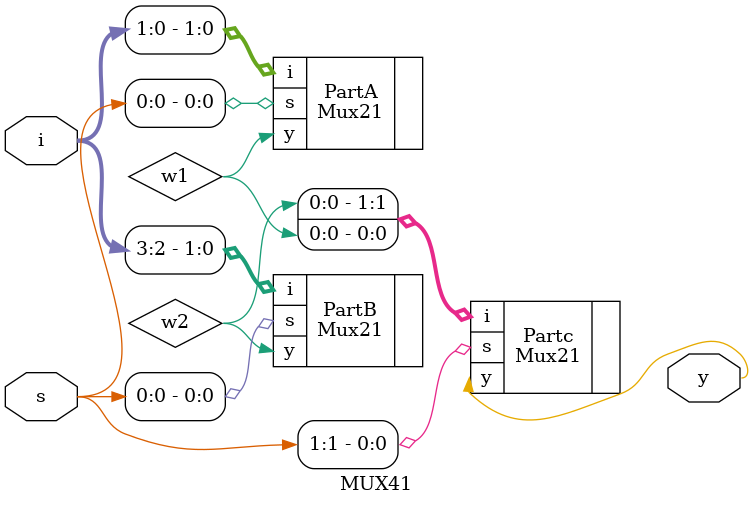
<source format=v>
`timescale 1ns / 1ps

module MUX41(
    input [3:0] i,
    input [1:0] s,
    output y
    );
    wire w1,w2;
    
    Mux21 PartA(
        .i(i[1:0]),
        .s(s[0]),
        .y(w1)
    );
    Mux21 PartB(
        .i(i[3:2]),
        .s(s[0]),
        .y(w2)
    );  
    Mux21 Partc(
        .i({w2,w1}),
        .s(s[1]),
        .y(y)
    );  
    
endmodule







</source>
